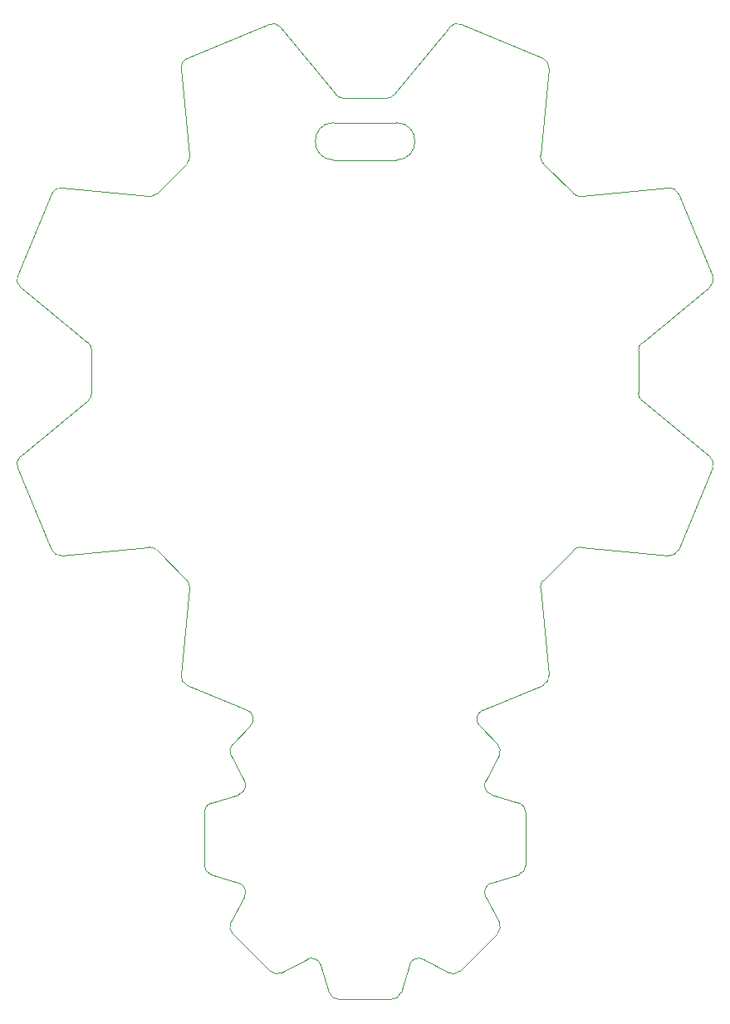
<source format=gbr>
%TF.GenerationSoftware,KiCad,Pcbnew,9.0.0*%
%TF.CreationDate,2025-02-27T14:29:49+01:00*%
%TF.ProjectId,CogLightBadgeTHT,436f674c-6967-4687-9442-616467655448,rev?*%
%TF.SameCoordinates,Original*%
%TF.FileFunction,Profile,NP*%
%FSLAX46Y46*%
G04 Gerber Fmt 4.6, Leading zero omitted, Abs format (unit mm)*
G04 Created by KiCad (PCBNEW 9.0.0) date 2025-02-27 14:29:49*
%MOMM*%
%LPD*%
G01*
G04 APERTURE LIST*
%TA.AperFunction,Profile*%
%ADD10C,0.050000*%
%TD*%
G04 APERTURE END LIST*
D10*
X73025000Y-54610000D02*
X79375000Y-54610000D01*
X73025000Y-50800000D02*
X79375000Y-50800000D01*
X79375000Y-50800000D02*
G75*
G02*
X79375000Y-54610000I0J-1905000D01*
G01*
X73025000Y-54610000D02*
G75*
G02*
X73025000Y-50800000I0J1905000D01*
G01*
X64505859Y-112319640D02*
X62701327Y-114124172D01*
X62701327Y-133475493D02*
X66521451Y-137295617D01*
X67699569Y-137470638D02*
G75*
G02*
X66521451Y-137295617I-471011J882127D01*
G01*
X67699859Y-137470483D02*
X70265893Y-136099265D01*
X45265607Y-94949324D02*
X54143829Y-94075863D01*
X60521723Y-127457882D02*
G75*
G02*
X59812425Y-126501068I290702J956814D01*
G01*
X54144156Y-94075830D02*
G75*
G02*
X54948846Y-94363951I97583J-995228D01*
G01*
X58321081Y-98253115D02*
X57447620Y-107131337D01*
X59812425Y-121098269D02*
G75*
G02*
X60522037Y-120141688I1000000J-328D01*
G01*
X60522037Y-127457977D02*
X63306095Y-128302840D01*
X63306724Y-128303031D02*
G75*
G02*
X63897679Y-129731051I-291017J-956718D01*
G01*
X58060131Y-108153126D02*
X64181435Y-110688653D01*
X58033225Y-97448331D02*
G75*
G02*
X58321081Y-98253115I-707339J-706874D01*
G01*
X54948846Y-94363951D02*
X58032993Y-97448098D01*
X64181436Y-110688653D02*
G75*
G02*
X64505859Y-112319640I-382684J-923880D01*
G01*
X58059828Y-108153000D02*
G75*
G02*
X57447620Y-107131337I382987J923753D01*
G01*
X62526306Y-115302290D02*
G75*
G02*
X62701327Y-114124172I882127J471011D01*
G01*
X59812425Y-121098597D02*
X59812425Y-126501068D01*
X63897679Y-129731051D02*
X62526461Y-132297085D01*
X60522037Y-120141688D02*
X63306095Y-119296825D01*
X70266473Y-136098956D02*
G75*
G02*
X71694103Y-136690849I470722J-882281D01*
G01*
X72538967Y-139474907D02*
X71694104Y-136690849D01*
X73495548Y-140184519D02*
G75*
G02*
X72538967Y-139474907I328J1000000D01*
G01*
X78898346Y-140184519D02*
X73495876Y-140184519D01*
X63897679Y-117868614D02*
X62526461Y-115302580D01*
X62701095Y-133475261D02*
G75*
G02*
X62526461Y-132297085I707338J706875D01*
G01*
X63897988Y-117869194D02*
G75*
G02*
X63306095Y-119296824I-882281J-470722D01*
G01*
X94073108Y-98252788D02*
G75*
G02*
X94361229Y-97448098I995228J97583D01*
G01*
X111616283Y-66430225D02*
X108150404Y-58062853D01*
X107128941Y-57450310D02*
G75*
G02*
X108150404Y-58062853I97584J-995227D01*
G01*
X79855255Y-139474907D02*
X80700118Y-136690849D01*
X89867761Y-132297085D02*
X88496543Y-129731051D01*
X88496234Y-129730471D02*
G75*
G02*
X89088127Y-128302841I882281J470722D01*
G01*
X87888363Y-112319640D02*
G75*
G02*
X88212787Y-110688653I707107J707107D01*
G01*
X94946634Y-107131663D02*
G75*
G02*
X94334091Y-108153126I-995227J-97584D01*
G01*
X98250393Y-94075863D02*
X107128615Y-94949324D01*
X111327133Y-84814024D02*
G75*
G02*
X111616283Y-85969441I-634730J-772734D01*
G01*
X107128615Y-57450342D02*
X98250393Y-58323803D01*
X98250066Y-58323836D02*
G75*
G02*
X97445376Y-58035715I-97583J995228D01*
G01*
X104431144Y-79153388D02*
G75*
G02*
X104065874Y-78380654I634731J772734D01*
G01*
X111616408Y-66430528D02*
G75*
G02*
X111326880Y-67585850I-924005J-382380D01*
G01*
X104065875Y-74018684D02*
G75*
G02*
X104431398Y-73246070I1000000J-328D01*
G01*
X94360997Y-54951335D02*
G75*
G02*
X94073141Y-54146551I707339J706874D01*
G01*
X97445376Y-58035715D02*
X94361229Y-54951568D01*
X80700309Y-136690220D02*
G75*
G02*
X82128329Y-136099265I956718J-291017D01*
G01*
X85872539Y-137295849D02*
G75*
G02*
X84694363Y-137470483I-706875J707338D01*
G01*
X94073141Y-54146551D02*
X94946602Y-45268329D01*
X82128329Y-136099265D02*
X84694363Y-137470483D01*
X89088127Y-128302840D02*
X91872185Y-127457977D01*
X92581797Y-126501396D02*
G75*
G02*
X91872185Y-127457977I-1000000J328D01*
G01*
X92581797Y-126501068D02*
X92581797Y-121098597D01*
X88212787Y-110688653D02*
X94334091Y-108153126D01*
X94946602Y-107131337D02*
X94073141Y-98253115D01*
X91872499Y-120141783D02*
G75*
G02*
X92581797Y-121098597I-290702J-956814D01*
G01*
X97445609Y-94363719D02*
G75*
G02*
X98250393Y-94075863I706874J-707339D01*
G01*
X89087498Y-119296634D02*
G75*
G02*
X88496543Y-117868614I291017J956718D01*
G01*
X89692895Y-114124172D02*
X87888363Y-112319640D01*
X94361229Y-97448098D02*
X97445376Y-94363951D01*
X79855160Y-139475221D02*
G75*
G02*
X78898346Y-140184519I-956814J290702D01*
G01*
X85872771Y-137295617D02*
X89692895Y-133475493D01*
X108150278Y-94337116D02*
G75*
G02*
X107128615Y-94949324I-923753J382987D01*
G01*
X88496543Y-117868614D02*
X89867761Y-115302580D01*
X108150404Y-94336813D02*
X111616283Y-85969441D01*
X111326880Y-84813816D02*
X104431398Y-79153596D01*
X104065875Y-78380654D02*
X104065875Y-74019012D01*
X89867916Y-132297375D02*
G75*
G02*
X89692895Y-133475493I-882127J-471011D01*
G01*
X89693127Y-114124404D02*
G75*
G02*
X89867761Y-115302580I-707338J-706875D01*
G01*
X89088127Y-119296825D02*
X91872185Y-120141688D01*
X57447620Y-45268329D02*
X58321081Y-54146551D01*
X74015962Y-48331069D02*
G75*
G02*
X73243348Y-47965546I328J1000000D01*
G01*
X73243348Y-47965546D02*
X67583128Y-41070064D01*
X79150666Y-47965800D02*
G75*
G02*
X78377932Y-48331070I-772734J634731D01*
G01*
X66427503Y-40780661D02*
X58060131Y-44246540D01*
X84811302Y-41069811D02*
G75*
G02*
X85966719Y-40780661I772734J-634730D01*
G01*
X57447588Y-45268003D02*
G75*
G02*
X58060131Y-44246540I995227J97584D01*
G01*
X58032993Y-54951568D02*
X54948846Y-58035715D01*
X94334091Y-44246540D02*
X85966719Y-40780661D01*
X78377932Y-48331069D02*
X74016290Y-48331069D01*
X94334394Y-44246666D02*
G75*
G02*
X94946602Y-45268329I-382987J-923753D01*
G01*
X58321114Y-54146878D02*
G75*
G02*
X58032993Y-54951568I-995228J-97583D01*
G01*
X84811094Y-41070064D02*
X79150874Y-47965546D01*
X66427806Y-40780536D02*
G75*
G02*
X67583128Y-41070064I382380J-924005D01*
G01*
X40777814Y-85969138D02*
G75*
G02*
X41067342Y-84813816I924005J382380D01*
G01*
X48328347Y-78380982D02*
G75*
G02*
X47962824Y-79153596I-1000000J328D01*
G01*
X48328347Y-78380654D02*
X48328347Y-74019012D01*
X47963078Y-73246278D02*
G75*
G02*
X48328348Y-74019012I-634731J-772734D01*
G01*
X47962824Y-73246070D02*
X41067342Y-67585850D01*
X45265607Y-57450342D02*
X54143829Y-58323803D01*
X41067342Y-84813816D02*
X47962824Y-79153596D01*
X54948613Y-58035947D02*
G75*
G02*
X54143829Y-58323803I-706874J707339D01*
G01*
X45265281Y-94949356D02*
G75*
G02*
X44243818Y-94336813I-97584J995227D01*
G01*
X40777939Y-66430225D02*
X44243818Y-58062853D01*
X44243818Y-94336813D02*
X40777939Y-85969441D01*
X41067089Y-67585642D02*
G75*
G02*
X40777939Y-66430225I634730J772734D01*
G01*
X44243944Y-58062550D02*
G75*
G02*
X45265607Y-57450342I923753J-382987D01*
G01*
X111326880Y-67585850D02*
X104431398Y-73246070D01*
M02*

</source>
